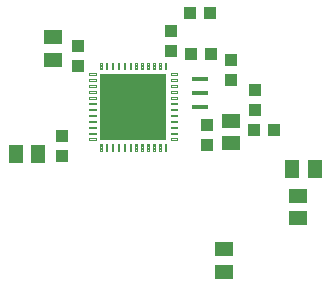
<source format=gbr>
G04 EAGLE Gerber X2 export*
%TF.Part,Single*%
%TF.FileFunction,Paste,Bot*%
%TF.FilePolarity,Positive*%
%TF.GenerationSoftware,Autodesk,EAGLE,8.6.3*%
%TF.CreationDate,2018-03-24T11:36:11Z*%
G75*
%MOMM*%
%FSLAX34Y34*%
%LPD*%
%AMOC8*
5,1,8,0,0,1.08239X$1,22.5*%
G01*
%ADD10R,1.000000X1.100000*%
%ADD11R,1.500000X1.300000*%
%ADD12C,0.124994*%
%ADD13R,5.699988X5.699988*%
%ADD14R,1.399997X0.400000*%
%ADD15R,1.300000X1.500000*%
%ADD16R,1.100000X1.000000*%


D10*
X238895Y224050D03*
X238895Y241050D03*
D11*
X239572Y170600D03*
X239572Y189600D03*
D10*
X258889Y181496D03*
X275889Y181496D03*
D12*
X188061Y228437D02*
X188061Y229687D01*
X193811Y229687D01*
X193811Y228437D01*
X188061Y228437D01*
X188061Y229686D02*
X193811Y229686D01*
X188061Y224687D02*
X188061Y223437D01*
X188061Y224687D02*
X193811Y224687D01*
X193811Y223437D01*
X188061Y223437D01*
X188061Y224686D02*
X193811Y224686D01*
X188061Y219687D02*
X188061Y218437D01*
X188061Y219687D02*
X193811Y219687D01*
X193811Y218437D01*
X188061Y218437D01*
X188061Y219686D02*
X193811Y219686D01*
X188061Y214687D02*
X188061Y213437D01*
X188061Y214687D02*
X193811Y214687D01*
X193811Y213437D01*
X188061Y213437D01*
X188061Y214686D02*
X193811Y214686D01*
X188061Y209687D02*
X188061Y208437D01*
X188061Y209687D02*
X193811Y209687D01*
X193811Y208437D01*
X188061Y208437D01*
X188061Y209686D02*
X193811Y209686D01*
X188061Y204687D02*
X188061Y203437D01*
X188061Y204687D02*
X193811Y204687D01*
X193811Y203437D01*
X188061Y203437D01*
X188061Y204686D02*
X193811Y204686D01*
X188061Y199687D02*
X188061Y198437D01*
X188061Y199687D02*
X193811Y199687D01*
X193811Y198437D01*
X188061Y198437D01*
X188061Y199686D02*
X193811Y199686D01*
X188061Y194687D02*
X188061Y193437D01*
X188061Y194687D02*
X193811Y194687D01*
X193811Y193437D01*
X188061Y193437D01*
X188061Y194686D02*
X193811Y194686D01*
X188061Y189687D02*
X188061Y188437D01*
X188061Y189687D02*
X193811Y189687D01*
X193811Y188437D01*
X188061Y188437D01*
X188061Y189686D02*
X193811Y189686D01*
X188061Y184687D02*
X188061Y183437D01*
X188061Y184687D02*
X193811Y184687D01*
X193811Y183437D01*
X188061Y183437D01*
X188061Y184686D02*
X193811Y184686D01*
X188061Y179687D02*
X188061Y178437D01*
X188061Y179687D02*
X193811Y179687D01*
X193811Y178437D01*
X188061Y178437D01*
X188061Y179686D02*
X193811Y179686D01*
X188061Y174687D02*
X188061Y173437D01*
X188061Y174687D02*
X193811Y174687D01*
X193811Y173437D01*
X188061Y173437D01*
X188061Y174686D02*
X193811Y174686D01*
X184561Y169937D02*
X183311Y169937D01*
X184561Y169937D02*
X184561Y164187D01*
X183311Y164187D01*
X183311Y169937D01*
X183311Y165436D02*
X184561Y165436D01*
X184561Y166685D02*
X183311Y166685D01*
X183311Y167934D02*
X184561Y167934D01*
X184561Y169183D02*
X183311Y169183D01*
X179561Y169937D02*
X178311Y169937D01*
X179561Y169937D02*
X179561Y164187D01*
X178311Y164187D01*
X178311Y169937D01*
X178311Y165436D02*
X179561Y165436D01*
X179561Y166685D02*
X178311Y166685D01*
X178311Y167934D02*
X179561Y167934D01*
X179561Y169183D02*
X178311Y169183D01*
X174561Y169937D02*
X173311Y169937D01*
X174561Y169937D02*
X174561Y164187D01*
X173311Y164187D01*
X173311Y169937D01*
X173311Y165436D02*
X174561Y165436D01*
X174561Y166685D02*
X173311Y166685D01*
X173311Y167934D02*
X174561Y167934D01*
X174561Y169183D02*
X173311Y169183D01*
X169561Y169937D02*
X168311Y169937D01*
X169561Y169937D02*
X169561Y164187D01*
X168311Y164187D01*
X168311Y169937D01*
X168311Y165436D02*
X169561Y165436D01*
X169561Y166685D02*
X168311Y166685D01*
X168311Y167934D02*
X169561Y167934D01*
X169561Y169183D02*
X168311Y169183D01*
X164561Y169937D02*
X163311Y169937D01*
X164561Y169937D02*
X164561Y164187D01*
X163311Y164187D01*
X163311Y169937D01*
X163311Y165436D02*
X164561Y165436D01*
X164561Y166685D02*
X163311Y166685D01*
X163311Y167934D02*
X164561Y167934D01*
X164561Y169183D02*
X163311Y169183D01*
X159561Y169937D02*
X158311Y169937D01*
X159561Y169937D02*
X159561Y164187D01*
X158311Y164187D01*
X158311Y169937D01*
X158311Y165436D02*
X159561Y165436D01*
X159561Y166685D02*
X158311Y166685D01*
X158311Y167934D02*
X159561Y167934D01*
X159561Y169183D02*
X158311Y169183D01*
X154561Y169937D02*
X153311Y169937D01*
X154561Y169937D02*
X154561Y164187D01*
X153311Y164187D01*
X153311Y169937D01*
X153311Y165436D02*
X154561Y165436D01*
X154561Y166685D02*
X153311Y166685D01*
X153311Y167934D02*
X154561Y167934D01*
X154561Y169183D02*
X153311Y169183D01*
X149561Y169937D02*
X148311Y169937D01*
X149561Y169937D02*
X149561Y164187D01*
X148311Y164187D01*
X148311Y169937D01*
X148311Y165436D02*
X149561Y165436D01*
X149561Y166685D02*
X148311Y166685D01*
X148311Y167934D02*
X149561Y167934D01*
X149561Y169183D02*
X148311Y169183D01*
X144561Y169937D02*
X143311Y169937D01*
X144561Y169937D02*
X144561Y164187D01*
X143311Y164187D01*
X143311Y169937D01*
X143311Y165436D02*
X144561Y165436D01*
X144561Y166685D02*
X143311Y166685D01*
X143311Y167934D02*
X144561Y167934D01*
X144561Y169183D02*
X143311Y169183D01*
X139561Y169937D02*
X138311Y169937D01*
X139561Y169937D02*
X139561Y164187D01*
X138311Y164187D01*
X138311Y169937D01*
X138311Y165436D02*
X139561Y165436D01*
X139561Y166685D02*
X138311Y166685D01*
X138311Y167934D02*
X139561Y167934D01*
X139561Y169183D02*
X138311Y169183D01*
X134561Y169937D02*
X133311Y169937D01*
X134561Y169937D02*
X134561Y164187D01*
X133311Y164187D01*
X133311Y169937D01*
X133311Y165436D02*
X134561Y165436D01*
X134561Y166685D02*
X133311Y166685D01*
X133311Y167934D02*
X134561Y167934D01*
X134561Y169183D02*
X133311Y169183D01*
X129561Y169937D02*
X128311Y169937D01*
X129561Y169937D02*
X129561Y164187D01*
X128311Y164187D01*
X128311Y169937D01*
X128311Y165436D02*
X129561Y165436D01*
X129561Y166685D02*
X128311Y166685D01*
X128311Y167934D02*
X129561Y167934D01*
X129561Y169183D02*
X128311Y169183D01*
X124811Y173437D02*
X124811Y174687D01*
X124811Y173437D02*
X119061Y173437D01*
X119061Y174687D01*
X124811Y174687D01*
X124811Y174686D02*
X119061Y174686D01*
X124811Y178437D02*
X124811Y179687D01*
X124811Y178437D02*
X119061Y178437D01*
X119061Y179687D01*
X124811Y179687D01*
X124811Y179686D02*
X119061Y179686D01*
X124811Y183437D02*
X124811Y184687D01*
X124811Y183437D02*
X119061Y183437D01*
X119061Y184687D01*
X124811Y184687D01*
X124811Y184686D02*
X119061Y184686D01*
X124811Y188437D02*
X124811Y189687D01*
X124811Y188437D02*
X119061Y188437D01*
X119061Y189687D01*
X124811Y189687D01*
X124811Y189686D02*
X119061Y189686D01*
X124811Y193437D02*
X124811Y194687D01*
X124811Y193437D02*
X119061Y193437D01*
X119061Y194687D01*
X124811Y194687D01*
X124811Y194686D02*
X119061Y194686D01*
X124811Y198437D02*
X124811Y199687D01*
X124811Y198437D02*
X119061Y198437D01*
X119061Y199687D01*
X124811Y199687D01*
X124811Y199686D02*
X119061Y199686D01*
X124811Y203437D02*
X124811Y204687D01*
X124811Y203437D02*
X119061Y203437D01*
X119061Y204687D01*
X124811Y204687D01*
X124811Y204686D02*
X119061Y204686D01*
X124811Y208437D02*
X124811Y209687D01*
X124811Y208437D02*
X119061Y208437D01*
X119061Y209687D01*
X124811Y209687D01*
X124811Y209686D02*
X119061Y209686D01*
X124811Y213437D02*
X124811Y214687D01*
X124811Y213437D02*
X119061Y213437D01*
X119061Y214687D01*
X124811Y214687D01*
X124811Y214686D02*
X119061Y214686D01*
X124811Y218437D02*
X124811Y219687D01*
X124811Y218437D02*
X119061Y218437D01*
X119061Y219687D01*
X124811Y219687D01*
X124811Y219686D02*
X119061Y219686D01*
X124811Y223437D02*
X124811Y224687D01*
X124811Y223437D02*
X119061Y223437D01*
X119061Y224687D01*
X124811Y224687D01*
X124811Y224686D02*
X119061Y224686D01*
X124811Y228437D02*
X124811Y229687D01*
X124811Y228437D02*
X119061Y228437D01*
X119061Y229687D01*
X124811Y229687D01*
X124811Y229686D02*
X119061Y229686D01*
X128311Y233187D02*
X129561Y233187D01*
X128311Y233187D02*
X128311Y238937D01*
X129561Y238937D01*
X129561Y233187D01*
X129561Y234436D02*
X128311Y234436D01*
X128311Y235685D02*
X129561Y235685D01*
X129561Y236934D02*
X128311Y236934D01*
X128311Y238183D02*
X129561Y238183D01*
X133311Y233187D02*
X134561Y233187D01*
X133311Y233187D02*
X133311Y238937D01*
X134561Y238937D01*
X134561Y233187D01*
X134561Y234436D02*
X133311Y234436D01*
X133311Y235685D02*
X134561Y235685D01*
X134561Y236934D02*
X133311Y236934D01*
X133311Y238183D02*
X134561Y238183D01*
X138311Y233187D02*
X139561Y233187D01*
X138311Y233187D02*
X138311Y238937D01*
X139561Y238937D01*
X139561Y233187D01*
X139561Y234436D02*
X138311Y234436D01*
X138311Y235685D02*
X139561Y235685D01*
X139561Y236934D02*
X138311Y236934D01*
X138311Y238183D02*
X139561Y238183D01*
X143311Y233187D02*
X144561Y233187D01*
X143311Y233187D02*
X143311Y238937D01*
X144561Y238937D01*
X144561Y233187D01*
X144561Y234436D02*
X143311Y234436D01*
X143311Y235685D02*
X144561Y235685D01*
X144561Y236934D02*
X143311Y236934D01*
X143311Y238183D02*
X144561Y238183D01*
X148311Y233187D02*
X149561Y233187D01*
X148311Y233187D02*
X148311Y238937D01*
X149561Y238937D01*
X149561Y233187D01*
X149561Y234436D02*
X148311Y234436D01*
X148311Y235685D02*
X149561Y235685D01*
X149561Y236934D02*
X148311Y236934D01*
X148311Y238183D02*
X149561Y238183D01*
X153311Y233187D02*
X154561Y233187D01*
X153311Y233187D02*
X153311Y238937D01*
X154561Y238937D01*
X154561Y233187D01*
X154561Y234436D02*
X153311Y234436D01*
X153311Y235685D02*
X154561Y235685D01*
X154561Y236934D02*
X153311Y236934D01*
X153311Y238183D02*
X154561Y238183D01*
X158311Y233187D02*
X159561Y233187D01*
X158311Y233187D02*
X158311Y238937D01*
X159561Y238937D01*
X159561Y233187D01*
X159561Y234436D02*
X158311Y234436D01*
X158311Y235685D02*
X159561Y235685D01*
X159561Y236934D02*
X158311Y236934D01*
X158311Y238183D02*
X159561Y238183D01*
X163311Y233187D02*
X164561Y233187D01*
X163311Y233187D02*
X163311Y238937D01*
X164561Y238937D01*
X164561Y233187D01*
X164561Y234436D02*
X163311Y234436D01*
X163311Y235685D02*
X164561Y235685D01*
X164561Y236934D02*
X163311Y236934D01*
X163311Y238183D02*
X164561Y238183D01*
X168311Y233187D02*
X169561Y233187D01*
X168311Y233187D02*
X168311Y238937D01*
X169561Y238937D01*
X169561Y233187D01*
X169561Y234436D02*
X168311Y234436D01*
X168311Y235685D02*
X169561Y235685D01*
X169561Y236934D02*
X168311Y236934D01*
X168311Y238183D02*
X169561Y238183D01*
X173311Y233187D02*
X174561Y233187D01*
X173311Y233187D02*
X173311Y238937D01*
X174561Y238937D01*
X174561Y233187D01*
X174561Y234436D02*
X173311Y234436D01*
X173311Y235685D02*
X174561Y235685D01*
X174561Y236934D02*
X173311Y236934D01*
X173311Y238183D02*
X174561Y238183D01*
X178311Y233187D02*
X179561Y233187D01*
X178311Y233187D02*
X178311Y238937D01*
X179561Y238937D01*
X179561Y233187D01*
X179561Y234436D02*
X178311Y234436D01*
X178311Y235685D02*
X179561Y235685D01*
X179561Y236934D02*
X178311Y236934D01*
X178311Y238183D02*
X179561Y238183D01*
X183311Y233187D02*
X184561Y233187D01*
X183311Y233187D02*
X183311Y238937D01*
X184561Y238937D01*
X184561Y233187D01*
X184561Y234436D02*
X183311Y234436D01*
X183311Y235685D02*
X184561Y235685D01*
X184561Y236934D02*
X183311Y236934D01*
X183311Y238183D02*
X184561Y238183D01*
D13*
X156436Y201562D03*
D14*
X213010Y224992D03*
X213010Y212992D03*
X213010Y200992D03*
D10*
X221504Y280810D03*
X204504Y280810D03*
D11*
X88618Y241277D03*
X88618Y260277D03*
D15*
X75766Y161684D03*
X56766Y161684D03*
D10*
X218920Y169086D03*
X218920Y186086D03*
X109446Y236242D03*
X109446Y253242D03*
X95730Y176788D03*
X95730Y159788D03*
X188186Y248942D03*
X188186Y265942D03*
D16*
X205086Y246520D03*
X222086Y246520D03*
X259814Y215650D03*
X259814Y198650D03*
D11*
X232890Y81014D03*
X232890Y62014D03*
X295882Y107226D03*
X295882Y126226D03*
D15*
X290954Y148730D03*
X309954Y148730D03*
M02*

</source>
